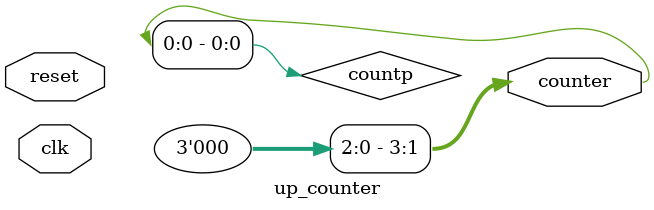
<source format=v>
module up_counter(input clk, reset, output[3:0] counter);
    reg [3:0] count;                           // Initialise register counter_up to find up counter states
    always @(posedge clk or posedge reset)          // Postive edge triggered circuit
    begin
        if(reset)
            begin
                count = 4'd0;                  // If reset==1, set counter to 0000
            end
        else
            begin
                count = count + 4'd1;           // Else, add 0001 to counter
            end       
    end 
    assign counter = countp;                    // Return new value of counter
endmodule

</source>
